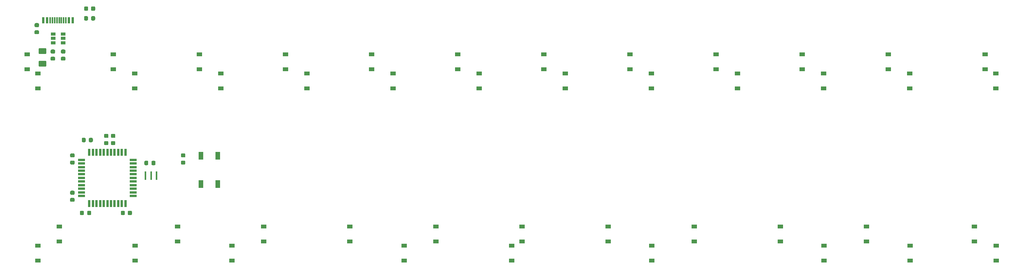
<source format=gbr>
G04 #@! TF.GenerationSoftware,KiCad,Pcbnew,(5.1.4)-1*
G04 #@! TF.CreationDate,2021-01-09T01:18:09-06:00*
G04 #@! TF.ProjectId,semi,73656d69-2e6b-4696-9361-645f70636258,rev?*
G04 #@! TF.SameCoordinates,Original*
G04 #@! TF.FileFunction,Paste,Bot*
G04 #@! TF.FilePolarity,Positive*
%FSLAX46Y46*%
G04 Gerber Fmt 4.6, Leading zero omitted, Abs format (unit mm)*
G04 Created by KiCad (PCBNEW (5.1.4)-1) date 2021-01-09 01:18:09*
%MOMM*%
%LPD*%
G04 APERTURE LIST*
%ADD10C,0.100000*%
%ADD11C,0.875000*%
%ADD12R,0.400000X1.900000*%
%ADD13R,0.300000X1.450000*%
%ADD14R,0.600000X1.450000*%
%ADD15R,0.550000X1.500000*%
%ADD16R,1.500000X0.550000*%
%ADD17R,1.060000X0.650000*%
%ADD18R,1.100000X1.800000*%
%ADD19C,1.250000*%
%ADD20R,1.200000X0.900000*%
G04 APERTURE END LIST*
D10*
G36*
X25360691Y-1939053D02*
G01*
X25381926Y-1942203D01*
X25402750Y-1947419D01*
X25422962Y-1954651D01*
X25442368Y-1963830D01*
X25460781Y-1974866D01*
X25478024Y-1987654D01*
X25493930Y-2002070D01*
X25508346Y-2017976D01*
X25521134Y-2035219D01*
X25532170Y-2053632D01*
X25541349Y-2073038D01*
X25548581Y-2093250D01*
X25553797Y-2114074D01*
X25556947Y-2135309D01*
X25558000Y-2156750D01*
X25558000Y-2669250D01*
X25556947Y-2690691D01*
X25553797Y-2711926D01*
X25548581Y-2732750D01*
X25541349Y-2752962D01*
X25532170Y-2772368D01*
X25521134Y-2790781D01*
X25508346Y-2808024D01*
X25493930Y-2823930D01*
X25478024Y-2838346D01*
X25460781Y-2851134D01*
X25442368Y-2862170D01*
X25422962Y-2871349D01*
X25402750Y-2878581D01*
X25381926Y-2883797D01*
X25360691Y-2886947D01*
X25339250Y-2888000D01*
X24901750Y-2888000D01*
X24880309Y-2886947D01*
X24859074Y-2883797D01*
X24838250Y-2878581D01*
X24818038Y-2871349D01*
X24798632Y-2862170D01*
X24780219Y-2851134D01*
X24762976Y-2838346D01*
X24747070Y-2823930D01*
X24732654Y-2808024D01*
X24719866Y-2790781D01*
X24708830Y-2772368D01*
X24699651Y-2752962D01*
X24692419Y-2732750D01*
X24687203Y-2711926D01*
X24684053Y-2690691D01*
X24683000Y-2669250D01*
X24683000Y-2156750D01*
X24684053Y-2135309D01*
X24687203Y-2114074D01*
X24692419Y-2093250D01*
X24699651Y-2073038D01*
X24708830Y-2053632D01*
X24719866Y-2035219D01*
X24732654Y-2017976D01*
X24747070Y-2002070D01*
X24762976Y-1987654D01*
X24780219Y-1974866D01*
X24798632Y-1963830D01*
X24818038Y-1954651D01*
X24838250Y-1947419D01*
X24859074Y-1942203D01*
X24880309Y-1939053D01*
X24901750Y-1938000D01*
X25339250Y-1938000D01*
X25360691Y-1939053D01*
X25360691Y-1939053D01*
G37*
D11*
X25120500Y-2413000D03*
D10*
G36*
X26935691Y-1939053D02*
G01*
X26956926Y-1942203D01*
X26977750Y-1947419D01*
X26997962Y-1954651D01*
X27017368Y-1963830D01*
X27035781Y-1974866D01*
X27053024Y-1987654D01*
X27068930Y-2002070D01*
X27083346Y-2017976D01*
X27096134Y-2035219D01*
X27107170Y-2053632D01*
X27116349Y-2073038D01*
X27123581Y-2093250D01*
X27128797Y-2114074D01*
X27131947Y-2135309D01*
X27133000Y-2156750D01*
X27133000Y-2669250D01*
X27131947Y-2690691D01*
X27128797Y-2711926D01*
X27123581Y-2732750D01*
X27116349Y-2752962D01*
X27107170Y-2772368D01*
X27096134Y-2790781D01*
X27083346Y-2808024D01*
X27068930Y-2823930D01*
X27053024Y-2838346D01*
X27035781Y-2851134D01*
X27017368Y-2862170D01*
X26997962Y-2871349D01*
X26977750Y-2878581D01*
X26956926Y-2883797D01*
X26935691Y-2886947D01*
X26914250Y-2888000D01*
X26476750Y-2888000D01*
X26455309Y-2886947D01*
X26434074Y-2883797D01*
X26413250Y-2878581D01*
X26393038Y-2871349D01*
X26373632Y-2862170D01*
X26355219Y-2851134D01*
X26337976Y-2838346D01*
X26322070Y-2823930D01*
X26307654Y-2808024D01*
X26294866Y-2790781D01*
X26283830Y-2772368D01*
X26274651Y-2752962D01*
X26267419Y-2732750D01*
X26262203Y-2711926D01*
X26259053Y-2690691D01*
X26258000Y-2669250D01*
X26258000Y-2156750D01*
X26259053Y-2135309D01*
X26262203Y-2114074D01*
X26267419Y-2093250D01*
X26274651Y-2073038D01*
X26283830Y-2053632D01*
X26294866Y-2035219D01*
X26307654Y-2017976D01*
X26322070Y-2002070D01*
X26337976Y-1987654D01*
X26355219Y-1974866D01*
X26373632Y-1963830D01*
X26393038Y-1954651D01*
X26413250Y-1947419D01*
X26434074Y-1942203D01*
X26455309Y-1939053D01*
X26476750Y-1938000D01*
X26914250Y-1938000D01*
X26935691Y-1939053D01*
X26935691Y-1939053D01*
G37*
D11*
X26695500Y-2413000D03*
D12*
X38297000Y-39370000D03*
X39497000Y-39370000D03*
X40697000Y-39370000D03*
D13*
X18673000Y-5028000D03*
X19173000Y-5028000D03*
X19673000Y-5028000D03*
X18173000Y-5028000D03*
X20173000Y-5028000D03*
X17673000Y-5028000D03*
X20673000Y-5028000D03*
X17173000Y-5028000D03*
D14*
X16473000Y-5028000D03*
X21373000Y-5028000D03*
X15698000Y-5028000D03*
X22148000Y-5028000D03*
D15*
X25845000Y-34178000D03*
X26645000Y-34178000D03*
X27445000Y-34178000D03*
X28245000Y-34178000D03*
X29045000Y-34178000D03*
X29845000Y-34178000D03*
X30645000Y-34178000D03*
X31445000Y-34178000D03*
X32245000Y-34178000D03*
X33045000Y-34178000D03*
X33845000Y-34178000D03*
D16*
X35545000Y-35878000D03*
X35545000Y-36678000D03*
X35545000Y-37478000D03*
X35545000Y-38278000D03*
X35545000Y-39078000D03*
X35545000Y-39878000D03*
X35545000Y-40678000D03*
X35545000Y-41478000D03*
X35545000Y-42278000D03*
X35545000Y-43078000D03*
X35545000Y-43878000D03*
D15*
X33845000Y-45578000D03*
X33045000Y-45578000D03*
X32245000Y-45578000D03*
X31445000Y-45578000D03*
X30645000Y-45578000D03*
X29845000Y-45578000D03*
X29045000Y-45578000D03*
X28245000Y-45578000D03*
X27445000Y-45578000D03*
X26645000Y-45578000D03*
X25845000Y-45578000D03*
D16*
X24145000Y-43878000D03*
X24145000Y-43078000D03*
X24145000Y-42278000D03*
X24145000Y-41478000D03*
X24145000Y-40678000D03*
X24145000Y-39878000D03*
X24145000Y-39078000D03*
X24145000Y-38278000D03*
X24145000Y-37478000D03*
X24145000Y-36678000D03*
X24145000Y-35878000D03*
D17*
X17823000Y-9017000D03*
X17823000Y-8067000D03*
X17823000Y-9967000D03*
X20023000Y-9967000D03*
X20023000Y-9017000D03*
X20023000Y-8067000D03*
D18*
X54234200Y-41197600D03*
X50534200Y-34997600D03*
X50534200Y-41197600D03*
X54234200Y-34997600D03*
D10*
G36*
X26046691Y-47151053D02*
G01*
X26067926Y-47154203D01*
X26088750Y-47159419D01*
X26108962Y-47166651D01*
X26128368Y-47175830D01*
X26146781Y-47186866D01*
X26164024Y-47199654D01*
X26179930Y-47214070D01*
X26194346Y-47229976D01*
X26207134Y-47247219D01*
X26218170Y-47265632D01*
X26227349Y-47285038D01*
X26234581Y-47305250D01*
X26239797Y-47326074D01*
X26242947Y-47347309D01*
X26244000Y-47368750D01*
X26244000Y-47881250D01*
X26242947Y-47902691D01*
X26239797Y-47923926D01*
X26234581Y-47944750D01*
X26227349Y-47964962D01*
X26218170Y-47984368D01*
X26207134Y-48002781D01*
X26194346Y-48020024D01*
X26179930Y-48035930D01*
X26164024Y-48050346D01*
X26146781Y-48063134D01*
X26128368Y-48074170D01*
X26108962Y-48083349D01*
X26088750Y-48090581D01*
X26067926Y-48095797D01*
X26046691Y-48098947D01*
X26025250Y-48100000D01*
X25587750Y-48100000D01*
X25566309Y-48098947D01*
X25545074Y-48095797D01*
X25524250Y-48090581D01*
X25504038Y-48083349D01*
X25484632Y-48074170D01*
X25466219Y-48063134D01*
X25448976Y-48050346D01*
X25433070Y-48035930D01*
X25418654Y-48020024D01*
X25405866Y-48002781D01*
X25394830Y-47984368D01*
X25385651Y-47964962D01*
X25378419Y-47944750D01*
X25373203Y-47923926D01*
X25370053Y-47902691D01*
X25369000Y-47881250D01*
X25369000Y-47368750D01*
X25370053Y-47347309D01*
X25373203Y-47326074D01*
X25378419Y-47305250D01*
X25385651Y-47285038D01*
X25394830Y-47265632D01*
X25405866Y-47247219D01*
X25418654Y-47229976D01*
X25433070Y-47214070D01*
X25448976Y-47199654D01*
X25466219Y-47186866D01*
X25484632Y-47175830D01*
X25504038Y-47166651D01*
X25524250Y-47159419D01*
X25545074Y-47154203D01*
X25566309Y-47151053D01*
X25587750Y-47150000D01*
X26025250Y-47150000D01*
X26046691Y-47151053D01*
X26046691Y-47151053D01*
G37*
D11*
X25806500Y-47625000D03*
D10*
G36*
X24471691Y-47151053D02*
G01*
X24492926Y-47154203D01*
X24513750Y-47159419D01*
X24533962Y-47166651D01*
X24553368Y-47175830D01*
X24571781Y-47186866D01*
X24589024Y-47199654D01*
X24604930Y-47214070D01*
X24619346Y-47229976D01*
X24632134Y-47247219D01*
X24643170Y-47265632D01*
X24652349Y-47285038D01*
X24659581Y-47305250D01*
X24664797Y-47326074D01*
X24667947Y-47347309D01*
X24669000Y-47368750D01*
X24669000Y-47881250D01*
X24667947Y-47902691D01*
X24664797Y-47923926D01*
X24659581Y-47944750D01*
X24652349Y-47964962D01*
X24643170Y-47984368D01*
X24632134Y-48002781D01*
X24619346Y-48020024D01*
X24604930Y-48035930D01*
X24589024Y-48050346D01*
X24571781Y-48063134D01*
X24553368Y-48074170D01*
X24533962Y-48083349D01*
X24513750Y-48090581D01*
X24492926Y-48095797D01*
X24471691Y-48098947D01*
X24450250Y-48100000D01*
X24012750Y-48100000D01*
X23991309Y-48098947D01*
X23970074Y-48095797D01*
X23949250Y-48090581D01*
X23929038Y-48083349D01*
X23909632Y-48074170D01*
X23891219Y-48063134D01*
X23873976Y-48050346D01*
X23858070Y-48035930D01*
X23843654Y-48020024D01*
X23830866Y-48002781D01*
X23819830Y-47984368D01*
X23810651Y-47964962D01*
X23803419Y-47944750D01*
X23798203Y-47923926D01*
X23795053Y-47902691D01*
X23794000Y-47881250D01*
X23794000Y-47368750D01*
X23795053Y-47347309D01*
X23798203Y-47326074D01*
X23803419Y-47305250D01*
X23810651Y-47285038D01*
X23819830Y-47265632D01*
X23830866Y-47247219D01*
X23843654Y-47229976D01*
X23858070Y-47214070D01*
X23873976Y-47199654D01*
X23891219Y-47186866D01*
X23909632Y-47175830D01*
X23929038Y-47166651D01*
X23949250Y-47159419D01*
X23970074Y-47154203D01*
X23991309Y-47151053D01*
X24012750Y-47150000D01*
X24450250Y-47150000D01*
X24471691Y-47151053D01*
X24471691Y-47151053D01*
G37*
D11*
X24231500Y-47625000D03*
D10*
G36*
X20343691Y-11476053D02*
G01*
X20364926Y-11479203D01*
X20385750Y-11484419D01*
X20405962Y-11491651D01*
X20425368Y-11500830D01*
X20443781Y-11511866D01*
X20461024Y-11524654D01*
X20476930Y-11539070D01*
X20491346Y-11554976D01*
X20504134Y-11572219D01*
X20515170Y-11590632D01*
X20524349Y-11610038D01*
X20531581Y-11630250D01*
X20536797Y-11651074D01*
X20539947Y-11672309D01*
X20541000Y-11693750D01*
X20541000Y-12131250D01*
X20539947Y-12152691D01*
X20536797Y-12173926D01*
X20531581Y-12194750D01*
X20524349Y-12214962D01*
X20515170Y-12234368D01*
X20504134Y-12252781D01*
X20491346Y-12270024D01*
X20476930Y-12285930D01*
X20461024Y-12300346D01*
X20443781Y-12313134D01*
X20425368Y-12324170D01*
X20405962Y-12333349D01*
X20385750Y-12340581D01*
X20364926Y-12345797D01*
X20343691Y-12348947D01*
X20322250Y-12350000D01*
X19809750Y-12350000D01*
X19788309Y-12348947D01*
X19767074Y-12345797D01*
X19746250Y-12340581D01*
X19726038Y-12333349D01*
X19706632Y-12324170D01*
X19688219Y-12313134D01*
X19670976Y-12300346D01*
X19655070Y-12285930D01*
X19640654Y-12270024D01*
X19627866Y-12252781D01*
X19616830Y-12234368D01*
X19607651Y-12214962D01*
X19600419Y-12194750D01*
X19595203Y-12173926D01*
X19592053Y-12152691D01*
X19591000Y-12131250D01*
X19591000Y-11693750D01*
X19592053Y-11672309D01*
X19595203Y-11651074D01*
X19600419Y-11630250D01*
X19607651Y-11610038D01*
X19616830Y-11590632D01*
X19627866Y-11572219D01*
X19640654Y-11554976D01*
X19655070Y-11539070D01*
X19670976Y-11524654D01*
X19688219Y-11511866D01*
X19706632Y-11500830D01*
X19726038Y-11491651D01*
X19746250Y-11484419D01*
X19767074Y-11479203D01*
X19788309Y-11476053D01*
X19809750Y-11475000D01*
X20322250Y-11475000D01*
X20343691Y-11476053D01*
X20343691Y-11476053D01*
G37*
D11*
X20066000Y-11912500D03*
D10*
G36*
X20343691Y-13051053D02*
G01*
X20364926Y-13054203D01*
X20385750Y-13059419D01*
X20405962Y-13066651D01*
X20425368Y-13075830D01*
X20443781Y-13086866D01*
X20461024Y-13099654D01*
X20476930Y-13114070D01*
X20491346Y-13129976D01*
X20504134Y-13147219D01*
X20515170Y-13165632D01*
X20524349Y-13185038D01*
X20531581Y-13205250D01*
X20536797Y-13226074D01*
X20539947Y-13247309D01*
X20541000Y-13268750D01*
X20541000Y-13706250D01*
X20539947Y-13727691D01*
X20536797Y-13748926D01*
X20531581Y-13769750D01*
X20524349Y-13789962D01*
X20515170Y-13809368D01*
X20504134Y-13827781D01*
X20491346Y-13845024D01*
X20476930Y-13860930D01*
X20461024Y-13875346D01*
X20443781Y-13888134D01*
X20425368Y-13899170D01*
X20405962Y-13908349D01*
X20385750Y-13915581D01*
X20364926Y-13920797D01*
X20343691Y-13923947D01*
X20322250Y-13925000D01*
X19809750Y-13925000D01*
X19788309Y-13923947D01*
X19767074Y-13920797D01*
X19746250Y-13915581D01*
X19726038Y-13908349D01*
X19706632Y-13899170D01*
X19688219Y-13888134D01*
X19670976Y-13875346D01*
X19655070Y-13860930D01*
X19640654Y-13845024D01*
X19627866Y-13827781D01*
X19616830Y-13809368D01*
X19607651Y-13789962D01*
X19600419Y-13769750D01*
X19595203Y-13748926D01*
X19592053Y-13727691D01*
X19591000Y-13706250D01*
X19591000Y-13268750D01*
X19592053Y-13247309D01*
X19595203Y-13226074D01*
X19600419Y-13205250D01*
X19607651Y-13185038D01*
X19616830Y-13165632D01*
X19627866Y-13147219D01*
X19640654Y-13129976D01*
X19655070Y-13114070D01*
X19670976Y-13099654D01*
X19688219Y-13086866D01*
X19706632Y-13075830D01*
X19726038Y-13066651D01*
X19746250Y-13059419D01*
X19767074Y-13054203D01*
X19788309Y-13051053D01*
X19809750Y-13050000D01*
X20322250Y-13050000D01*
X20343691Y-13051053D01*
X20343691Y-13051053D01*
G37*
D11*
X20066000Y-13487500D03*
D10*
G36*
X18057691Y-11476053D02*
G01*
X18078926Y-11479203D01*
X18099750Y-11484419D01*
X18119962Y-11491651D01*
X18139368Y-11500830D01*
X18157781Y-11511866D01*
X18175024Y-11524654D01*
X18190930Y-11539070D01*
X18205346Y-11554976D01*
X18218134Y-11572219D01*
X18229170Y-11590632D01*
X18238349Y-11610038D01*
X18245581Y-11630250D01*
X18250797Y-11651074D01*
X18253947Y-11672309D01*
X18255000Y-11693750D01*
X18255000Y-12131250D01*
X18253947Y-12152691D01*
X18250797Y-12173926D01*
X18245581Y-12194750D01*
X18238349Y-12214962D01*
X18229170Y-12234368D01*
X18218134Y-12252781D01*
X18205346Y-12270024D01*
X18190930Y-12285930D01*
X18175024Y-12300346D01*
X18157781Y-12313134D01*
X18139368Y-12324170D01*
X18119962Y-12333349D01*
X18099750Y-12340581D01*
X18078926Y-12345797D01*
X18057691Y-12348947D01*
X18036250Y-12350000D01*
X17523750Y-12350000D01*
X17502309Y-12348947D01*
X17481074Y-12345797D01*
X17460250Y-12340581D01*
X17440038Y-12333349D01*
X17420632Y-12324170D01*
X17402219Y-12313134D01*
X17384976Y-12300346D01*
X17369070Y-12285930D01*
X17354654Y-12270024D01*
X17341866Y-12252781D01*
X17330830Y-12234368D01*
X17321651Y-12214962D01*
X17314419Y-12194750D01*
X17309203Y-12173926D01*
X17306053Y-12152691D01*
X17305000Y-12131250D01*
X17305000Y-11693750D01*
X17306053Y-11672309D01*
X17309203Y-11651074D01*
X17314419Y-11630250D01*
X17321651Y-11610038D01*
X17330830Y-11590632D01*
X17341866Y-11572219D01*
X17354654Y-11554976D01*
X17369070Y-11539070D01*
X17384976Y-11524654D01*
X17402219Y-11511866D01*
X17420632Y-11500830D01*
X17440038Y-11491651D01*
X17460250Y-11484419D01*
X17481074Y-11479203D01*
X17502309Y-11476053D01*
X17523750Y-11475000D01*
X18036250Y-11475000D01*
X18057691Y-11476053D01*
X18057691Y-11476053D01*
G37*
D11*
X17780000Y-11912500D03*
D10*
G36*
X18057691Y-13051053D02*
G01*
X18078926Y-13054203D01*
X18099750Y-13059419D01*
X18119962Y-13066651D01*
X18139368Y-13075830D01*
X18157781Y-13086866D01*
X18175024Y-13099654D01*
X18190930Y-13114070D01*
X18205346Y-13129976D01*
X18218134Y-13147219D01*
X18229170Y-13165632D01*
X18238349Y-13185038D01*
X18245581Y-13205250D01*
X18250797Y-13226074D01*
X18253947Y-13247309D01*
X18255000Y-13268750D01*
X18255000Y-13706250D01*
X18253947Y-13727691D01*
X18250797Y-13748926D01*
X18245581Y-13769750D01*
X18238349Y-13789962D01*
X18229170Y-13809368D01*
X18218134Y-13827781D01*
X18205346Y-13845024D01*
X18190930Y-13860930D01*
X18175024Y-13875346D01*
X18157781Y-13888134D01*
X18139368Y-13899170D01*
X18119962Y-13908349D01*
X18099750Y-13915581D01*
X18078926Y-13920797D01*
X18057691Y-13923947D01*
X18036250Y-13925000D01*
X17523750Y-13925000D01*
X17502309Y-13923947D01*
X17481074Y-13920797D01*
X17460250Y-13915581D01*
X17440038Y-13908349D01*
X17420632Y-13899170D01*
X17402219Y-13888134D01*
X17384976Y-13875346D01*
X17369070Y-13860930D01*
X17354654Y-13845024D01*
X17341866Y-13827781D01*
X17330830Y-13809368D01*
X17321651Y-13789962D01*
X17314419Y-13769750D01*
X17309203Y-13748926D01*
X17306053Y-13727691D01*
X17305000Y-13706250D01*
X17305000Y-13268750D01*
X17306053Y-13247309D01*
X17309203Y-13226074D01*
X17314419Y-13205250D01*
X17321651Y-13185038D01*
X17330830Y-13165632D01*
X17341866Y-13147219D01*
X17354654Y-13129976D01*
X17369070Y-13114070D01*
X17384976Y-13099654D01*
X17402219Y-13086866D01*
X17420632Y-13075830D01*
X17440038Y-13066651D01*
X17460250Y-13059419D01*
X17481074Y-13054203D01*
X17502309Y-13051053D01*
X17523750Y-13050000D01*
X18036250Y-13050000D01*
X18057691Y-13051053D01*
X18057691Y-13051053D01*
G37*
D11*
X17780000Y-13487500D03*
D10*
G36*
X25360691Y-4098053D02*
G01*
X25381926Y-4101203D01*
X25402750Y-4106419D01*
X25422962Y-4113651D01*
X25442368Y-4122830D01*
X25460781Y-4133866D01*
X25478024Y-4146654D01*
X25493930Y-4161070D01*
X25508346Y-4176976D01*
X25521134Y-4194219D01*
X25532170Y-4212632D01*
X25541349Y-4232038D01*
X25548581Y-4252250D01*
X25553797Y-4273074D01*
X25556947Y-4294309D01*
X25558000Y-4315750D01*
X25558000Y-4828250D01*
X25556947Y-4849691D01*
X25553797Y-4870926D01*
X25548581Y-4891750D01*
X25541349Y-4911962D01*
X25532170Y-4931368D01*
X25521134Y-4949781D01*
X25508346Y-4967024D01*
X25493930Y-4982930D01*
X25478024Y-4997346D01*
X25460781Y-5010134D01*
X25442368Y-5021170D01*
X25422962Y-5030349D01*
X25402750Y-5037581D01*
X25381926Y-5042797D01*
X25360691Y-5045947D01*
X25339250Y-5047000D01*
X24901750Y-5047000D01*
X24880309Y-5045947D01*
X24859074Y-5042797D01*
X24838250Y-5037581D01*
X24818038Y-5030349D01*
X24798632Y-5021170D01*
X24780219Y-5010134D01*
X24762976Y-4997346D01*
X24747070Y-4982930D01*
X24732654Y-4967024D01*
X24719866Y-4949781D01*
X24708830Y-4931368D01*
X24699651Y-4911962D01*
X24692419Y-4891750D01*
X24687203Y-4870926D01*
X24684053Y-4849691D01*
X24683000Y-4828250D01*
X24683000Y-4315750D01*
X24684053Y-4294309D01*
X24687203Y-4273074D01*
X24692419Y-4252250D01*
X24699651Y-4232038D01*
X24708830Y-4212632D01*
X24719866Y-4194219D01*
X24732654Y-4176976D01*
X24747070Y-4161070D01*
X24762976Y-4146654D01*
X24780219Y-4133866D01*
X24798632Y-4122830D01*
X24818038Y-4113651D01*
X24838250Y-4106419D01*
X24859074Y-4101203D01*
X24880309Y-4098053D01*
X24901750Y-4097000D01*
X25339250Y-4097000D01*
X25360691Y-4098053D01*
X25360691Y-4098053D01*
G37*
D11*
X25120500Y-4572000D03*
D10*
G36*
X26935691Y-4098053D02*
G01*
X26956926Y-4101203D01*
X26977750Y-4106419D01*
X26997962Y-4113651D01*
X27017368Y-4122830D01*
X27035781Y-4133866D01*
X27053024Y-4146654D01*
X27068930Y-4161070D01*
X27083346Y-4176976D01*
X27096134Y-4194219D01*
X27107170Y-4212632D01*
X27116349Y-4232038D01*
X27123581Y-4252250D01*
X27128797Y-4273074D01*
X27131947Y-4294309D01*
X27133000Y-4315750D01*
X27133000Y-4828250D01*
X27131947Y-4849691D01*
X27128797Y-4870926D01*
X27123581Y-4891750D01*
X27116349Y-4911962D01*
X27107170Y-4931368D01*
X27096134Y-4949781D01*
X27083346Y-4967024D01*
X27068930Y-4982930D01*
X27053024Y-4997346D01*
X27035781Y-5010134D01*
X27017368Y-5021170D01*
X26997962Y-5030349D01*
X26977750Y-5037581D01*
X26956926Y-5042797D01*
X26935691Y-5045947D01*
X26914250Y-5047000D01*
X26476750Y-5047000D01*
X26455309Y-5045947D01*
X26434074Y-5042797D01*
X26413250Y-5037581D01*
X26393038Y-5030349D01*
X26373632Y-5021170D01*
X26355219Y-5010134D01*
X26337976Y-4997346D01*
X26322070Y-4982930D01*
X26307654Y-4967024D01*
X26294866Y-4949781D01*
X26283830Y-4931368D01*
X26274651Y-4911962D01*
X26267419Y-4891750D01*
X26262203Y-4870926D01*
X26259053Y-4849691D01*
X26258000Y-4828250D01*
X26258000Y-4315750D01*
X26259053Y-4294309D01*
X26262203Y-4273074D01*
X26267419Y-4252250D01*
X26274651Y-4232038D01*
X26283830Y-4212632D01*
X26294866Y-4194219D01*
X26307654Y-4176976D01*
X26322070Y-4161070D01*
X26337976Y-4146654D01*
X26355219Y-4133866D01*
X26373632Y-4122830D01*
X26393038Y-4113651D01*
X26413250Y-4106419D01*
X26434074Y-4101203D01*
X26455309Y-4098053D01*
X26476750Y-4097000D01*
X26914250Y-4097000D01*
X26935691Y-4098053D01*
X26935691Y-4098053D01*
G37*
D11*
X26695500Y-4572000D03*
D10*
G36*
X14501691Y-7209053D02*
G01*
X14522926Y-7212203D01*
X14543750Y-7217419D01*
X14563962Y-7224651D01*
X14583368Y-7233830D01*
X14601781Y-7244866D01*
X14619024Y-7257654D01*
X14634930Y-7272070D01*
X14649346Y-7287976D01*
X14662134Y-7305219D01*
X14673170Y-7323632D01*
X14682349Y-7343038D01*
X14689581Y-7363250D01*
X14694797Y-7384074D01*
X14697947Y-7405309D01*
X14699000Y-7426750D01*
X14699000Y-7864250D01*
X14697947Y-7885691D01*
X14694797Y-7906926D01*
X14689581Y-7927750D01*
X14682349Y-7947962D01*
X14673170Y-7967368D01*
X14662134Y-7985781D01*
X14649346Y-8003024D01*
X14634930Y-8018930D01*
X14619024Y-8033346D01*
X14601781Y-8046134D01*
X14583368Y-8057170D01*
X14563962Y-8066349D01*
X14543750Y-8073581D01*
X14522926Y-8078797D01*
X14501691Y-8081947D01*
X14480250Y-8083000D01*
X13967750Y-8083000D01*
X13946309Y-8081947D01*
X13925074Y-8078797D01*
X13904250Y-8073581D01*
X13884038Y-8066349D01*
X13864632Y-8057170D01*
X13846219Y-8046134D01*
X13828976Y-8033346D01*
X13813070Y-8018930D01*
X13798654Y-8003024D01*
X13785866Y-7985781D01*
X13774830Y-7967368D01*
X13765651Y-7947962D01*
X13758419Y-7927750D01*
X13753203Y-7906926D01*
X13750053Y-7885691D01*
X13749000Y-7864250D01*
X13749000Y-7426750D01*
X13750053Y-7405309D01*
X13753203Y-7384074D01*
X13758419Y-7363250D01*
X13765651Y-7343038D01*
X13774830Y-7323632D01*
X13785866Y-7305219D01*
X13798654Y-7287976D01*
X13813070Y-7272070D01*
X13828976Y-7257654D01*
X13846219Y-7244866D01*
X13864632Y-7233830D01*
X13884038Y-7224651D01*
X13904250Y-7217419D01*
X13925074Y-7212203D01*
X13946309Y-7209053D01*
X13967750Y-7208000D01*
X14480250Y-7208000D01*
X14501691Y-7209053D01*
X14501691Y-7209053D01*
G37*
D11*
X14224000Y-7645500D03*
D10*
G36*
X14501691Y-5634053D02*
G01*
X14522926Y-5637203D01*
X14543750Y-5642419D01*
X14563962Y-5649651D01*
X14583368Y-5658830D01*
X14601781Y-5669866D01*
X14619024Y-5682654D01*
X14634930Y-5697070D01*
X14649346Y-5712976D01*
X14662134Y-5730219D01*
X14673170Y-5748632D01*
X14682349Y-5768038D01*
X14689581Y-5788250D01*
X14694797Y-5809074D01*
X14697947Y-5830309D01*
X14699000Y-5851750D01*
X14699000Y-6289250D01*
X14697947Y-6310691D01*
X14694797Y-6331926D01*
X14689581Y-6352750D01*
X14682349Y-6372962D01*
X14673170Y-6392368D01*
X14662134Y-6410781D01*
X14649346Y-6428024D01*
X14634930Y-6443930D01*
X14619024Y-6458346D01*
X14601781Y-6471134D01*
X14583368Y-6482170D01*
X14563962Y-6491349D01*
X14543750Y-6498581D01*
X14522926Y-6503797D01*
X14501691Y-6506947D01*
X14480250Y-6508000D01*
X13967750Y-6508000D01*
X13946309Y-6506947D01*
X13925074Y-6503797D01*
X13904250Y-6498581D01*
X13884038Y-6491349D01*
X13864632Y-6482170D01*
X13846219Y-6471134D01*
X13828976Y-6458346D01*
X13813070Y-6443930D01*
X13798654Y-6428024D01*
X13785866Y-6410781D01*
X13774830Y-6392368D01*
X13765651Y-6372962D01*
X13758419Y-6352750D01*
X13753203Y-6331926D01*
X13750053Y-6310691D01*
X13749000Y-6289250D01*
X13749000Y-5851750D01*
X13750053Y-5830309D01*
X13753203Y-5809074D01*
X13758419Y-5788250D01*
X13765651Y-5768038D01*
X13774830Y-5748632D01*
X13785866Y-5730219D01*
X13798654Y-5712976D01*
X13813070Y-5697070D01*
X13828976Y-5682654D01*
X13846219Y-5669866D01*
X13864632Y-5658830D01*
X13884038Y-5649651D01*
X13904250Y-5642419D01*
X13925074Y-5637203D01*
X13946309Y-5634053D01*
X13967750Y-5633000D01*
X14480250Y-5633000D01*
X14501691Y-5634053D01*
X14501691Y-5634053D01*
G37*
D11*
X14224000Y-6070500D03*
D10*
G36*
X46886691Y-34463053D02*
G01*
X46907926Y-34466203D01*
X46928750Y-34471419D01*
X46948962Y-34478651D01*
X46968368Y-34487830D01*
X46986781Y-34498866D01*
X47004024Y-34511654D01*
X47019930Y-34526070D01*
X47034346Y-34541976D01*
X47047134Y-34559219D01*
X47058170Y-34577632D01*
X47067349Y-34597038D01*
X47074581Y-34617250D01*
X47079797Y-34638074D01*
X47082947Y-34659309D01*
X47084000Y-34680750D01*
X47084000Y-35118250D01*
X47082947Y-35139691D01*
X47079797Y-35160926D01*
X47074581Y-35181750D01*
X47067349Y-35201962D01*
X47058170Y-35221368D01*
X47047134Y-35239781D01*
X47034346Y-35257024D01*
X47019930Y-35272930D01*
X47004024Y-35287346D01*
X46986781Y-35300134D01*
X46968368Y-35311170D01*
X46948962Y-35320349D01*
X46928750Y-35327581D01*
X46907926Y-35332797D01*
X46886691Y-35335947D01*
X46865250Y-35337000D01*
X46352750Y-35337000D01*
X46331309Y-35335947D01*
X46310074Y-35332797D01*
X46289250Y-35327581D01*
X46269038Y-35320349D01*
X46249632Y-35311170D01*
X46231219Y-35300134D01*
X46213976Y-35287346D01*
X46198070Y-35272930D01*
X46183654Y-35257024D01*
X46170866Y-35239781D01*
X46159830Y-35221368D01*
X46150651Y-35201962D01*
X46143419Y-35181750D01*
X46138203Y-35160926D01*
X46135053Y-35139691D01*
X46134000Y-35118250D01*
X46134000Y-34680750D01*
X46135053Y-34659309D01*
X46138203Y-34638074D01*
X46143419Y-34617250D01*
X46150651Y-34597038D01*
X46159830Y-34577632D01*
X46170866Y-34559219D01*
X46183654Y-34541976D01*
X46198070Y-34526070D01*
X46213976Y-34511654D01*
X46231219Y-34498866D01*
X46249632Y-34487830D01*
X46269038Y-34478651D01*
X46289250Y-34471419D01*
X46310074Y-34466203D01*
X46331309Y-34463053D01*
X46352750Y-34462000D01*
X46865250Y-34462000D01*
X46886691Y-34463053D01*
X46886691Y-34463053D01*
G37*
D11*
X46609000Y-34899500D03*
D10*
G36*
X46886691Y-36038053D02*
G01*
X46907926Y-36041203D01*
X46928750Y-36046419D01*
X46948962Y-36053651D01*
X46968368Y-36062830D01*
X46986781Y-36073866D01*
X47004024Y-36086654D01*
X47019930Y-36101070D01*
X47034346Y-36116976D01*
X47047134Y-36134219D01*
X47058170Y-36152632D01*
X47067349Y-36172038D01*
X47074581Y-36192250D01*
X47079797Y-36213074D01*
X47082947Y-36234309D01*
X47084000Y-36255750D01*
X47084000Y-36693250D01*
X47082947Y-36714691D01*
X47079797Y-36735926D01*
X47074581Y-36756750D01*
X47067349Y-36776962D01*
X47058170Y-36796368D01*
X47047134Y-36814781D01*
X47034346Y-36832024D01*
X47019930Y-36847930D01*
X47004024Y-36862346D01*
X46986781Y-36875134D01*
X46968368Y-36886170D01*
X46948962Y-36895349D01*
X46928750Y-36902581D01*
X46907926Y-36907797D01*
X46886691Y-36910947D01*
X46865250Y-36912000D01*
X46352750Y-36912000D01*
X46331309Y-36910947D01*
X46310074Y-36907797D01*
X46289250Y-36902581D01*
X46269038Y-36895349D01*
X46249632Y-36886170D01*
X46231219Y-36875134D01*
X46213976Y-36862346D01*
X46198070Y-36847930D01*
X46183654Y-36832024D01*
X46170866Y-36814781D01*
X46159830Y-36796368D01*
X46150651Y-36776962D01*
X46143419Y-36756750D01*
X46138203Y-36735926D01*
X46135053Y-36714691D01*
X46134000Y-36693250D01*
X46134000Y-36255750D01*
X46135053Y-36234309D01*
X46138203Y-36213074D01*
X46143419Y-36192250D01*
X46150651Y-36172038D01*
X46159830Y-36152632D01*
X46170866Y-36134219D01*
X46183654Y-36116976D01*
X46198070Y-36101070D01*
X46213976Y-36086654D01*
X46231219Y-36073866D01*
X46249632Y-36062830D01*
X46269038Y-36053651D01*
X46289250Y-36046419D01*
X46310074Y-36041203D01*
X46331309Y-36038053D01*
X46352750Y-36037000D01*
X46865250Y-36037000D01*
X46886691Y-36038053D01*
X46886691Y-36038053D01*
G37*
D11*
X46609000Y-36474500D03*
D10*
G36*
X16143504Y-11187204D02*
G01*
X16167773Y-11190804D01*
X16191571Y-11196765D01*
X16214671Y-11205030D01*
X16236849Y-11215520D01*
X16257893Y-11228133D01*
X16277598Y-11242747D01*
X16295777Y-11259223D01*
X16312253Y-11277402D01*
X16326867Y-11297107D01*
X16339480Y-11318151D01*
X16349970Y-11340329D01*
X16358235Y-11363429D01*
X16364196Y-11387227D01*
X16367796Y-11411496D01*
X16369000Y-11436000D01*
X16369000Y-12186000D01*
X16367796Y-12210504D01*
X16364196Y-12234773D01*
X16358235Y-12258571D01*
X16349970Y-12281671D01*
X16339480Y-12303849D01*
X16326867Y-12324893D01*
X16312253Y-12344598D01*
X16295777Y-12362777D01*
X16277598Y-12379253D01*
X16257893Y-12393867D01*
X16236849Y-12406480D01*
X16214671Y-12416970D01*
X16191571Y-12425235D01*
X16167773Y-12431196D01*
X16143504Y-12434796D01*
X16119000Y-12436000D01*
X14869000Y-12436000D01*
X14844496Y-12434796D01*
X14820227Y-12431196D01*
X14796429Y-12425235D01*
X14773329Y-12416970D01*
X14751151Y-12406480D01*
X14730107Y-12393867D01*
X14710402Y-12379253D01*
X14692223Y-12362777D01*
X14675747Y-12344598D01*
X14661133Y-12324893D01*
X14648520Y-12303849D01*
X14638030Y-12281671D01*
X14629765Y-12258571D01*
X14623804Y-12234773D01*
X14620204Y-12210504D01*
X14619000Y-12186000D01*
X14619000Y-11436000D01*
X14620204Y-11411496D01*
X14623804Y-11387227D01*
X14629765Y-11363429D01*
X14638030Y-11340329D01*
X14648520Y-11318151D01*
X14661133Y-11297107D01*
X14675747Y-11277402D01*
X14692223Y-11259223D01*
X14710402Y-11242747D01*
X14730107Y-11228133D01*
X14751151Y-11215520D01*
X14773329Y-11205030D01*
X14796429Y-11196765D01*
X14820227Y-11190804D01*
X14844496Y-11187204D01*
X14869000Y-11186000D01*
X16119000Y-11186000D01*
X16143504Y-11187204D01*
X16143504Y-11187204D01*
G37*
D19*
X15494000Y-11811000D03*
D10*
G36*
X16143504Y-13987204D02*
G01*
X16167773Y-13990804D01*
X16191571Y-13996765D01*
X16214671Y-14005030D01*
X16236849Y-14015520D01*
X16257893Y-14028133D01*
X16277598Y-14042747D01*
X16295777Y-14059223D01*
X16312253Y-14077402D01*
X16326867Y-14097107D01*
X16339480Y-14118151D01*
X16349970Y-14140329D01*
X16358235Y-14163429D01*
X16364196Y-14187227D01*
X16367796Y-14211496D01*
X16369000Y-14236000D01*
X16369000Y-14986000D01*
X16367796Y-15010504D01*
X16364196Y-15034773D01*
X16358235Y-15058571D01*
X16349970Y-15081671D01*
X16339480Y-15103849D01*
X16326867Y-15124893D01*
X16312253Y-15144598D01*
X16295777Y-15162777D01*
X16277598Y-15179253D01*
X16257893Y-15193867D01*
X16236849Y-15206480D01*
X16214671Y-15216970D01*
X16191571Y-15225235D01*
X16167773Y-15231196D01*
X16143504Y-15234796D01*
X16119000Y-15236000D01*
X14869000Y-15236000D01*
X14844496Y-15234796D01*
X14820227Y-15231196D01*
X14796429Y-15225235D01*
X14773329Y-15216970D01*
X14751151Y-15206480D01*
X14730107Y-15193867D01*
X14710402Y-15179253D01*
X14692223Y-15162777D01*
X14675747Y-15144598D01*
X14661133Y-15124893D01*
X14648520Y-15103849D01*
X14638030Y-15081671D01*
X14629765Y-15058571D01*
X14623804Y-15034773D01*
X14620204Y-15010504D01*
X14619000Y-14986000D01*
X14619000Y-14236000D01*
X14620204Y-14211496D01*
X14623804Y-14187227D01*
X14629765Y-14163429D01*
X14638030Y-14140329D01*
X14648520Y-14118151D01*
X14661133Y-14097107D01*
X14675747Y-14077402D01*
X14692223Y-14059223D01*
X14710402Y-14042747D01*
X14730107Y-14028133D01*
X14751151Y-14015520D01*
X14773329Y-14005030D01*
X14796429Y-13996765D01*
X14820227Y-13990804D01*
X14844496Y-13987204D01*
X14869000Y-13986000D01*
X16119000Y-13986000D01*
X16143504Y-13987204D01*
X16143504Y-13987204D01*
G37*
D19*
X15494000Y-14611000D03*
D10*
G36*
X24852691Y-31022053D02*
G01*
X24873926Y-31025203D01*
X24894750Y-31030419D01*
X24914962Y-31037651D01*
X24934368Y-31046830D01*
X24952781Y-31057866D01*
X24970024Y-31070654D01*
X24985930Y-31085070D01*
X25000346Y-31100976D01*
X25013134Y-31118219D01*
X25024170Y-31136632D01*
X25033349Y-31156038D01*
X25040581Y-31176250D01*
X25045797Y-31197074D01*
X25048947Y-31218309D01*
X25050000Y-31239750D01*
X25050000Y-31752250D01*
X25048947Y-31773691D01*
X25045797Y-31794926D01*
X25040581Y-31815750D01*
X25033349Y-31835962D01*
X25024170Y-31855368D01*
X25013134Y-31873781D01*
X25000346Y-31891024D01*
X24985930Y-31906930D01*
X24970024Y-31921346D01*
X24952781Y-31934134D01*
X24934368Y-31945170D01*
X24914962Y-31954349D01*
X24894750Y-31961581D01*
X24873926Y-31966797D01*
X24852691Y-31969947D01*
X24831250Y-31971000D01*
X24393750Y-31971000D01*
X24372309Y-31969947D01*
X24351074Y-31966797D01*
X24330250Y-31961581D01*
X24310038Y-31954349D01*
X24290632Y-31945170D01*
X24272219Y-31934134D01*
X24254976Y-31921346D01*
X24239070Y-31906930D01*
X24224654Y-31891024D01*
X24211866Y-31873781D01*
X24200830Y-31855368D01*
X24191651Y-31835962D01*
X24184419Y-31815750D01*
X24179203Y-31794926D01*
X24176053Y-31773691D01*
X24175000Y-31752250D01*
X24175000Y-31239750D01*
X24176053Y-31218309D01*
X24179203Y-31197074D01*
X24184419Y-31176250D01*
X24191651Y-31156038D01*
X24200830Y-31136632D01*
X24211866Y-31118219D01*
X24224654Y-31100976D01*
X24239070Y-31085070D01*
X24254976Y-31070654D01*
X24272219Y-31057866D01*
X24290632Y-31046830D01*
X24310038Y-31037651D01*
X24330250Y-31030419D01*
X24351074Y-31025203D01*
X24372309Y-31022053D01*
X24393750Y-31021000D01*
X24831250Y-31021000D01*
X24852691Y-31022053D01*
X24852691Y-31022053D01*
G37*
D11*
X24612500Y-31496000D03*
D10*
G36*
X26427691Y-31022053D02*
G01*
X26448926Y-31025203D01*
X26469750Y-31030419D01*
X26489962Y-31037651D01*
X26509368Y-31046830D01*
X26527781Y-31057866D01*
X26545024Y-31070654D01*
X26560930Y-31085070D01*
X26575346Y-31100976D01*
X26588134Y-31118219D01*
X26599170Y-31136632D01*
X26608349Y-31156038D01*
X26615581Y-31176250D01*
X26620797Y-31197074D01*
X26623947Y-31218309D01*
X26625000Y-31239750D01*
X26625000Y-31752250D01*
X26623947Y-31773691D01*
X26620797Y-31794926D01*
X26615581Y-31815750D01*
X26608349Y-31835962D01*
X26599170Y-31855368D01*
X26588134Y-31873781D01*
X26575346Y-31891024D01*
X26560930Y-31906930D01*
X26545024Y-31921346D01*
X26527781Y-31934134D01*
X26509368Y-31945170D01*
X26489962Y-31954349D01*
X26469750Y-31961581D01*
X26448926Y-31966797D01*
X26427691Y-31969947D01*
X26406250Y-31971000D01*
X25968750Y-31971000D01*
X25947309Y-31969947D01*
X25926074Y-31966797D01*
X25905250Y-31961581D01*
X25885038Y-31954349D01*
X25865632Y-31945170D01*
X25847219Y-31934134D01*
X25829976Y-31921346D01*
X25814070Y-31906930D01*
X25799654Y-31891024D01*
X25786866Y-31873781D01*
X25775830Y-31855368D01*
X25766651Y-31835962D01*
X25759419Y-31815750D01*
X25754203Y-31794926D01*
X25751053Y-31773691D01*
X25750000Y-31752250D01*
X25750000Y-31239750D01*
X25751053Y-31218309D01*
X25754203Y-31197074D01*
X25759419Y-31176250D01*
X25766651Y-31156038D01*
X25775830Y-31136632D01*
X25786866Y-31118219D01*
X25799654Y-31100976D01*
X25814070Y-31085070D01*
X25829976Y-31070654D01*
X25847219Y-31057866D01*
X25865632Y-31046830D01*
X25885038Y-31037651D01*
X25905250Y-31030419D01*
X25926074Y-31025203D01*
X25947309Y-31022053D01*
X25968750Y-31021000D01*
X26406250Y-31021000D01*
X26427691Y-31022053D01*
X26427691Y-31022053D01*
G37*
D11*
X26187500Y-31496000D03*
D10*
G36*
X40270691Y-36102053D02*
G01*
X40291926Y-36105203D01*
X40312750Y-36110419D01*
X40332962Y-36117651D01*
X40352368Y-36126830D01*
X40370781Y-36137866D01*
X40388024Y-36150654D01*
X40403930Y-36165070D01*
X40418346Y-36180976D01*
X40431134Y-36198219D01*
X40442170Y-36216632D01*
X40451349Y-36236038D01*
X40458581Y-36256250D01*
X40463797Y-36277074D01*
X40466947Y-36298309D01*
X40468000Y-36319750D01*
X40468000Y-36832250D01*
X40466947Y-36853691D01*
X40463797Y-36874926D01*
X40458581Y-36895750D01*
X40451349Y-36915962D01*
X40442170Y-36935368D01*
X40431134Y-36953781D01*
X40418346Y-36971024D01*
X40403930Y-36986930D01*
X40388024Y-37001346D01*
X40370781Y-37014134D01*
X40352368Y-37025170D01*
X40332962Y-37034349D01*
X40312750Y-37041581D01*
X40291926Y-37046797D01*
X40270691Y-37049947D01*
X40249250Y-37051000D01*
X39811750Y-37051000D01*
X39790309Y-37049947D01*
X39769074Y-37046797D01*
X39748250Y-37041581D01*
X39728038Y-37034349D01*
X39708632Y-37025170D01*
X39690219Y-37014134D01*
X39672976Y-37001346D01*
X39657070Y-36986930D01*
X39642654Y-36971024D01*
X39629866Y-36953781D01*
X39618830Y-36935368D01*
X39609651Y-36915962D01*
X39602419Y-36895750D01*
X39597203Y-36874926D01*
X39594053Y-36853691D01*
X39593000Y-36832250D01*
X39593000Y-36319750D01*
X39594053Y-36298309D01*
X39597203Y-36277074D01*
X39602419Y-36256250D01*
X39609651Y-36236038D01*
X39618830Y-36216632D01*
X39629866Y-36198219D01*
X39642654Y-36180976D01*
X39657070Y-36165070D01*
X39672976Y-36150654D01*
X39690219Y-36137866D01*
X39708632Y-36126830D01*
X39728038Y-36117651D01*
X39748250Y-36110419D01*
X39769074Y-36105203D01*
X39790309Y-36102053D01*
X39811750Y-36101000D01*
X40249250Y-36101000D01*
X40270691Y-36102053D01*
X40270691Y-36102053D01*
G37*
D11*
X40030500Y-36576000D03*
D10*
G36*
X38695691Y-36102053D02*
G01*
X38716926Y-36105203D01*
X38737750Y-36110419D01*
X38757962Y-36117651D01*
X38777368Y-36126830D01*
X38795781Y-36137866D01*
X38813024Y-36150654D01*
X38828930Y-36165070D01*
X38843346Y-36180976D01*
X38856134Y-36198219D01*
X38867170Y-36216632D01*
X38876349Y-36236038D01*
X38883581Y-36256250D01*
X38888797Y-36277074D01*
X38891947Y-36298309D01*
X38893000Y-36319750D01*
X38893000Y-36832250D01*
X38891947Y-36853691D01*
X38888797Y-36874926D01*
X38883581Y-36895750D01*
X38876349Y-36915962D01*
X38867170Y-36935368D01*
X38856134Y-36953781D01*
X38843346Y-36971024D01*
X38828930Y-36986930D01*
X38813024Y-37001346D01*
X38795781Y-37014134D01*
X38777368Y-37025170D01*
X38757962Y-37034349D01*
X38737750Y-37041581D01*
X38716926Y-37046797D01*
X38695691Y-37049947D01*
X38674250Y-37051000D01*
X38236750Y-37051000D01*
X38215309Y-37049947D01*
X38194074Y-37046797D01*
X38173250Y-37041581D01*
X38153038Y-37034349D01*
X38133632Y-37025170D01*
X38115219Y-37014134D01*
X38097976Y-37001346D01*
X38082070Y-36986930D01*
X38067654Y-36971024D01*
X38054866Y-36953781D01*
X38043830Y-36935368D01*
X38034651Y-36915962D01*
X38027419Y-36895750D01*
X38022203Y-36874926D01*
X38019053Y-36853691D01*
X38018000Y-36832250D01*
X38018000Y-36319750D01*
X38019053Y-36298309D01*
X38022203Y-36277074D01*
X38027419Y-36256250D01*
X38034651Y-36236038D01*
X38043830Y-36216632D01*
X38054866Y-36198219D01*
X38067654Y-36180976D01*
X38082070Y-36165070D01*
X38097976Y-36150654D01*
X38115219Y-36137866D01*
X38133632Y-36126830D01*
X38153038Y-36117651D01*
X38173250Y-36110419D01*
X38194074Y-36105203D01*
X38215309Y-36102053D01*
X38236750Y-36101000D01*
X38674250Y-36101000D01*
X38695691Y-36102053D01*
X38695691Y-36102053D01*
G37*
D11*
X38455500Y-36576000D03*
D10*
G36*
X35063691Y-47151053D02*
G01*
X35084926Y-47154203D01*
X35105750Y-47159419D01*
X35125962Y-47166651D01*
X35145368Y-47175830D01*
X35163781Y-47186866D01*
X35181024Y-47199654D01*
X35196930Y-47214070D01*
X35211346Y-47229976D01*
X35224134Y-47247219D01*
X35235170Y-47265632D01*
X35244349Y-47285038D01*
X35251581Y-47305250D01*
X35256797Y-47326074D01*
X35259947Y-47347309D01*
X35261000Y-47368750D01*
X35261000Y-47881250D01*
X35259947Y-47902691D01*
X35256797Y-47923926D01*
X35251581Y-47944750D01*
X35244349Y-47964962D01*
X35235170Y-47984368D01*
X35224134Y-48002781D01*
X35211346Y-48020024D01*
X35196930Y-48035930D01*
X35181024Y-48050346D01*
X35163781Y-48063134D01*
X35145368Y-48074170D01*
X35125962Y-48083349D01*
X35105750Y-48090581D01*
X35084926Y-48095797D01*
X35063691Y-48098947D01*
X35042250Y-48100000D01*
X34604750Y-48100000D01*
X34583309Y-48098947D01*
X34562074Y-48095797D01*
X34541250Y-48090581D01*
X34521038Y-48083349D01*
X34501632Y-48074170D01*
X34483219Y-48063134D01*
X34465976Y-48050346D01*
X34450070Y-48035930D01*
X34435654Y-48020024D01*
X34422866Y-48002781D01*
X34411830Y-47984368D01*
X34402651Y-47964962D01*
X34395419Y-47944750D01*
X34390203Y-47923926D01*
X34387053Y-47902691D01*
X34386000Y-47881250D01*
X34386000Y-47368750D01*
X34387053Y-47347309D01*
X34390203Y-47326074D01*
X34395419Y-47305250D01*
X34402651Y-47285038D01*
X34411830Y-47265632D01*
X34422866Y-47247219D01*
X34435654Y-47229976D01*
X34450070Y-47214070D01*
X34465976Y-47199654D01*
X34483219Y-47186866D01*
X34501632Y-47175830D01*
X34521038Y-47166651D01*
X34541250Y-47159419D01*
X34562074Y-47154203D01*
X34583309Y-47151053D01*
X34604750Y-47150000D01*
X35042250Y-47150000D01*
X35063691Y-47151053D01*
X35063691Y-47151053D01*
G37*
D11*
X34823500Y-47625000D03*
D10*
G36*
X33488691Y-47151053D02*
G01*
X33509926Y-47154203D01*
X33530750Y-47159419D01*
X33550962Y-47166651D01*
X33570368Y-47175830D01*
X33588781Y-47186866D01*
X33606024Y-47199654D01*
X33621930Y-47214070D01*
X33636346Y-47229976D01*
X33649134Y-47247219D01*
X33660170Y-47265632D01*
X33669349Y-47285038D01*
X33676581Y-47305250D01*
X33681797Y-47326074D01*
X33684947Y-47347309D01*
X33686000Y-47368750D01*
X33686000Y-47881250D01*
X33684947Y-47902691D01*
X33681797Y-47923926D01*
X33676581Y-47944750D01*
X33669349Y-47964962D01*
X33660170Y-47984368D01*
X33649134Y-48002781D01*
X33636346Y-48020024D01*
X33621930Y-48035930D01*
X33606024Y-48050346D01*
X33588781Y-48063134D01*
X33570368Y-48074170D01*
X33550962Y-48083349D01*
X33530750Y-48090581D01*
X33509926Y-48095797D01*
X33488691Y-48098947D01*
X33467250Y-48100000D01*
X33029750Y-48100000D01*
X33008309Y-48098947D01*
X32987074Y-48095797D01*
X32966250Y-48090581D01*
X32946038Y-48083349D01*
X32926632Y-48074170D01*
X32908219Y-48063134D01*
X32890976Y-48050346D01*
X32875070Y-48035930D01*
X32860654Y-48020024D01*
X32847866Y-48002781D01*
X32836830Y-47984368D01*
X32827651Y-47964962D01*
X32820419Y-47944750D01*
X32815203Y-47923926D01*
X32812053Y-47902691D01*
X32811000Y-47881250D01*
X32811000Y-47368750D01*
X32812053Y-47347309D01*
X32815203Y-47326074D01*
X32820419Y-47305250D01*
X32827651Y-47285038D01*
X32836830Y-47265632D01*
X32847866Y-47247219D01*
X32860654Y-47229976D01*
X32875070Y-47214070D01*
X32890976Y-47199654D01*
X32908219Y-47186866D01*
X32926632Y-47175830D01*
X32946038Y-47166651D01*
X32966250Y-47159419D01*
X32987074Y-47154203D01*
X33008309Y-47151053D01*
X33029750Y-47150000D01*
X33467250Y-47150000D01*
X33488691Y-47151053D01*
X33488691Y-47151053D01*
G37*
D11*
X33248500Y-47625000D03*
D10*
G36*
X22375691Y-42718053D02*
G01*
X22396926Y-42721203D01*
X22417750Y-42726419D01*
X22437962Y-42733651D01*
X22457368Y-42742830D01*
X22475781Y-42753866D01*
X22493024Y-42766654D01*
X22508930Y-42781070D01*
X22523346Y-42796976D01*
X22536134Y-42814219D01*
X22547170Y-42832632D01*
X22556349Y-42852038D01*
X22563581Y-42872250D01*
X22568797Y-42893074D01*
X22571947Y-42914309D01*
X22573000Y-42935750D01*
X22573000Y-43373250D01*
X22571947Y-43394691D01*
X22568797Y-43415926D01*
X22563581Y-43436750D01*
X22556349Y-43456962D01*
X22547170Y-43476368D01*
X22536134Y-43494781D01*
X22523346Y-43512024D01*
X22508930Y-43527930D01*
X22493024Y-43542346D01*
X22475781Y-43555134D01*
X22457368Y-43566170D01*
X22437962Y-43575349D01*
X22417750Y-43582581D01*
X22396926Y-43587797D01*
X22375691Y-43590947D01*
X22354250Y-43592000D01*
X21841750Y-43592000D01*
X21820309Y-43590947D01*
X21799074Y-43587797D01*
X21778250Y-43582581D01*
X21758038Y-43575349D01*
X21738632Y-43566170D01*
X21720219Y-43555134D01*
X21702976Y-43542346D01*
X21687070Y-43527930D01*
X21672654Y-43512024D01*
X21659866Y-43494781D01*
X21648830Y-43476368D01*
X21639651Y-43456962D01*
X21632419Y-43436750D01*
X21627203Y-43415926D01*
X21624053Y-43394691D01*
X21623000Y-43373250D01*
X21623000Y-42935750D01*
X21624053Y-42914309D01*
X21627203Y-42893074D01*
X21632419Y-42872250D01*
X21639651Y-42852038D01*
X21648830Y-42832632D01*
X21659866Y-42814219D01*
X21672654Y-42796976D01*
X21687070Y-42781070D01*
X21702976Y-42766654D01*
X21720219Y-42753866D01*
X21738632Y-42742830D01*
X21758038Y-42733651D01*
X21778250Y-42726419D01*
X21799074Y-42721203D01*
X21820309Y-42718053D01*
X21841750Y-42717000D01*
X22354250Y-42717000D01*
X22375691Y-42718053D01*
X22375691Y-42718053D01*
G37*
D11*
X22098000Y-43154500D03*
D10*
G36*
X22375691Y-44293053D02*
G01*
X22396926Y-44296203D01*
X22417750Y-44301419D01*
X22437962Y-44308651D01*
X22457368Y-44317830D01*
X22475781Y-44328866D01*
X22493024Y-44341654D01*
X22508930Y-44356070D01*
X22523346Y-44371976D01*
X22536134Y-44389219D01*
X22547170Y-44407632D01*
X22556349Y-44427038D01*
X22563581Y-44447250D01*
X22568797Y-44468074D01*
X22571947Y-44489309D01*
X22573000Y-44510750D01*
X22573000Y-44948250D01*
X22571947Y-44969691D01*
X22568797Y-44990926D01*
X22563581Y-45011750D01*
X22556349Y-45031962D01*
X22547170Y-45051368D01*
X22536134Y-45069781D01*
X22523346Y-45087024D01*
X22508930Y-45102930D01*
X22493024Y-45117346D01*
X22475781Y-45130134D01*
X22457368Y-45141170D01*
X22437962Y-45150349D01*
X22417750Y-45157581D01*
X22396926Y-45162797D01*
X22375691Y-45165947D01*
X22354250Y-45167000D01*
X21841750Y-45167000D01*
X21820309Y-45165947D01*
X21799074Y-45162797D01*
X21778250Y-45157581D01*
X21758038Y-45150349D01*
X21738632Y-45141170D01*
X21720219Y-45130134D01*
X21702976Y-45117346D01*
X21687070Y-45102930D01*
X21672654Y-45087024D01*
X21659866Y-45069781D01*
X21648830Y-45051368D01*
X21639651Y-45031962D01*
X21632419Y-45011750D01*
X21627203Y-44990926D01*
X21624053Y-44969691D01*
X21623000Y-44948250D01*
X21623000Y-44510750D01*
X21624053Y-44489309D01*
X21627203Y-44468074D01*
X21632419Y-44447250D01*
X21639651Y-44427038D01*
X21648830Y-44407632D01*
X21659866Y-44389219D01*
X21672654Y-44371976D01*
X21687070Y-44356070D01*
X21702976Y-44341654D01*
X21720219Y-44328866D01*
X21738632Y-44317830D01*
X21758038Y-44308651D01*
X21778250Y-44301419D01*
X21799074Y-44296203D01*
X21820309Y-44293053D01*
X21841750Y-44292000D01*
X22354250Y-44292000D01*
X22375691Y-44293053D01*
X22375691Y-44293053D01*
G37*
D11*
X22098000Y-44729500D03*
D10*
G36*
X22375691Y-36038053D02*
G01*
X22396926Y-36041203D01*
X22417750Y-36046419D01*
X22437962Y-36053651D01*
X22457368Y-36062830D01*
X22475781Y-36073866D01*
X22493024Y-36086654D01*
X22508930Y-36101070D01*
X22523346Y-36116976D01*
X22536134Y-36134219D01*
X22547170Y-36152632D01*
X22556349Y-36172038D01*
X22563581Y-36192250D01*
X22568797Y-36213074D01*
X22571947Y-36234309D01*
X22573000Y-36255750D01*
X22573000Y-36693250D01*
X22571947Y-36714691D01*
X22568797Y-36735926D01*
X22563581Y-36756750D01*
X22556349Y-36776962D01*
X22547170Y-36796368D01*
X22536134Y-36814781D01*
X22523346Y-36832024D01*
X22508930Y-36847930D01*
X22493024Y-36862346D01*
X22475781Y-36875134D01*
X22457368Y-36886170D01*
X22437962Y-36895349D01*
X22417750Y-36902581D01*
X22396926Y-36907797D01*
X22375691Y-36910947D01*
X22354250Y-36912000D01*
X21841750Y-36912000D01*
X21820309Y-36910947D01*
X21799074Y-36907797D01*
X21778250Y-36902581D01*
X21758038Y-36895349D01*
X21738632Y-36886170D01*
X21720219Y-36875134D01*
X21702976Y-36862346D01*
X21687070Y-36847930D01*
X21672654Y-36832024D01*
X21659866Y-36814781D01*
X21648830Y-36796368D01*
X21639651Y-36776962D01*
X21632419Y-36756750D01*
X21627203Y-36735926D01*
X21624053Y-36714691D01*
X21623000Y-36693250D01*
X21623000Y-36255750D01*
X21624053Y-36234309D01*
X21627203Y-36213074D01*
X21632419Y-36192250D01*
X21639651Y-36172038D01*
X21648830Y-36152632D01*
X21659866Y-36134219D01*
X21672654Y-36116976D01*
X21687070Y-36101070D01*
X21702976Y-36086654D01*
X21720219Y-36073866D01*
X21738632Y-36062830D01*
X21758038Y-36053651D01*
X21778250Y-36046419D01*
X21799074Y-36041203D01*
X21820309Y-36038053D01*
X21841750Y-36037000D01*
X22354250Y-36037000D01*
X22375691Y-36038053D01*
X22375691Y-36038053D01*
G37*
D11*
X22098000Y-36474500D03*
D10*
G36*
X22375691Y-34463053D02*
G01*
X22396926Y-34466203D01*
X22417750Y-34471419D01*
X22437962Y-34478651D01*
X22457368Y-34487830D01*
X22475781Y-34498866D01*
X22493024Y-34511654D01*
X22508930Y-34526070D01*
X22523346Y-34541976D01*
X22536134Y-34559219D01*
X22547170Y-34577632D01*
X22556349Y-34597038D01*
X22563581Y-34617250D01*
X22568797Y-34638074D01*
X22571947Y-34659309D01*
X22573000Y-34680750D01*
X22573000Y-35118250D01*
X22571947Y-35139691D01*
X22568797Y-35160926D01*
X22563581Y-35181750D01*
X22556349Y-35201962D01*
X22547170Y-35221368D01*
X22536134Y-35239781D01*
X22523346Y-35257024D01*
X22508930Y-35272930D01*
X22493024Y-35287346D01*
X22475781Y-35300134D01*
X22457368Y-35311170D01*
X22437962Y-35320349D01*
X22417750Y-35327581D01*
X22396926Y-35332797D01*
X22375691Y-35335947D01*
X22354250Y-35337000D01*
X21841750Y-35337000D01*
X21820309Y-35335947D01*
X21799074Y-35332797D01*
X21778250Y-35327581D01*
X21758038Y-35320349D01*
X21738632Y-35311170D01*
X21720219Y-35300134D01*
X21702976Y-35287346D01*
X21687070Y-35272930D01*
X21672654Y-35257024D01*
X21659866Y-35239781D01*
X21648830Y-35221368D01*
X21639651Y-35201962D01*
X21632419Y-35181750D01*
X21627203Y-35160926D01*
X21624053Y-35139691D01*
X21623000Y-35118250D01*
X21623000Y-34680750D01*
X21624053Y-34659309D01*
X21627203Y-34638074D01*
X21632419Y-34617250D01*
X21639651Y-34597038D01*
X21648830Y-34577632D01*
X21659866Y-34559219D01*
X21672654Y-34541976D01*
X21687070Y-34526070D01*
X21702976Y-34511654D01*
X21720219Y-34498866D01*
X21738632Y-34487830D01*
X21758038Y-34478651D01*
X21778250Y-34471419D01*
X21799074Y-34466203D01*
X21820309Y-34463053D01*
X21841750Y-34462000D01*
X22354250Y-34462000D01*
X22375691Y-34463053D01*
X22375691Y-34463053D01*
G37*
D11*
X22098000Y-34899500D03*
D10*
G36*
X31392691Y-30145053D02*
G01*
X31413926Y-30148203D01*
X31434750Y-30153419D01*
X31454962Y-30160651D01*
X31474368Y-30169830D01*
X31492781Y-30180866D01*
X31510024Y-30193654D01*
X31525930Y-30208070D01*
X31540346Y-30223976D01*
X31553134Y-30241219D01*
X31564170Y-30259632D01*
X31573349Y-30279038D01*
X31580581Y-30299250D01*
X31585797Y-30320074D01*
X31588947Y-30341309D01*
X31590000Y-30362750D01*
X31590000Y-30800250D01*
X31588947Y-30821691D01*
X31585797Y-30842926D01*
X31580581Y-30863750D01*
X31573349Y-30883962D01*
X31564170Y-30903368D01*
X31553134Y-30921781D01*
X31540346Y-30939024D01*
X31525930Y-30954930D01*
X31510024Y-30969346D01*
X31492781Y-30982134D01*
X31474368Y-30993170D01*
X31454962Y-31002349D01*
X31434750Y-31009581D01*
X31413926Y-31014797D01*
X31392691Y-31017947D01*
X31371250Y-31019000D01*
X30858750Y-31019000D01*
X30837309Y-31017947D01*
X30816074Y-31014797D01*
X30795250Y-31009581D01*
X30775038Y-31002349D01*
X30755632Y-30993170D01*
X30737219Y-30982134D01*
X30719976Y-30969346D01*
X30704070Y-30954930D01*
X30689654Y-30939024D01*
X30676866Y-30921781D01*
X30665830Y-30903368D01*
X30656651Y-30883962D01*
X30649419Y-30863750D01*
X30644203Y-30842926D01*
X30641053Y-30821691D01*
X30640000Y-30800250D01*
X30640000Y-30362750D01*
X30641053Y-30341309D01*
X30644203Y-30320074D01*
X30649419Y-30299250D01*
X30656651Y-30279038D01*
X30665830Y-30259632D01*
X30676866Y-30241219D01*
X30689654Y-30223976D01*
X30704070Y-30208070D01*
X30719976Y-30193654D01*
X30737219Y-30180866D01*
X30755632Y-30169830D01*
X30775038Y-30160651D01*
X30795250Y-30153419D01*
X30816074Y-30148203D01*
X30837309Y-30145053D01*
X30858750Y-30144000D01*
X31371250Y-30144000D01*
X31392691Y-30145053D01*
X31392691Y-30145053D01*
G37*
D11*
X31115000Y-30581500D03*
D10*
G36*
X31392691Y-31720053D02*
G01*
X31413926Y-31723203D01*
X31434750Y-31728419D01*
X31454962Y-31735651D01*
X31474368Y-31744830D01*
X31492781Y-31755866D01*
X31510024Y-31768654D01*
X31525930Y-31783070D01*
X31540346Y-31798976D01*
X31553134Y-31816219D01*
X31564170Y-31834632D01*
X31573349Y-31854038D01*
X31580581Y-31874250D01*
X31585797Y-31895074D01*
X31588947Y-31916309D01*
X31590000Y-31937750D01*
X31590000Y-32375250D01*
X31588947Y-32396691D01*
X31585797Y-32417926D01*
X31580581Y-32438750D01*
X31573349Y-32458962D01*
X31564170Y-32478368D01*
X31553134Y-32496781D01*
X31540346Y-32514024D01*
X31525930Y-32529930D01*
X31510024Y-32544346D01*
X31492781Y-32557134D01*
X31474368Y-32568170D01*
X31454962Y-32577349D01*
X31434750Y-32584581D01*
X31413926Y-32589797D01*
X31392691Y-32592947D01*
X31371250Y-32594000D01*
X30858750Y-32594000D01*
X30837309Y-32592947D01*
X30816074Y-32589797D01*
X30795250Y-32584581D01*
X30775038Y-32577349D01*
X30755632Y-32568170D01*
X30737219Y-32557134D01*
X30719976Y-32544346D01*
X30704070Y-32529930D01*
X30689654Y-32514024D01*
X30676866Y-32496781D01*
X30665830Y-32478368D01*
X30656651Y-32458962D01*
X30649419Y-32438750D01*
X30644203Y-32417926D01*
X30641053Y-32396691D01*
X30640000Y-32375250D01*
X30640000Y-31937750D01*
X30641053Y-31916309D01*
X30644203Y-31895074D01*
X30649419Y-31874250D01*
X30656651Y-31854038D01*
X30665830Y-31834632D01*
X30676866Y-31816219D01*
X30689654Y-31798976D01*
X30704070Y-31783070D01*
X30719976Y-31768654D01*
X30737219Y-31755866D01*
X30755632Y-31744830D01*
X30775038Y-31735651D01*
X30795250Y-31728419D01*
X30816074Y-31723203D01*
X30837309Y-31720053D01*
X30858750Y-31719000D01*
X31371250Y-31719000D01*
X31392691Y-31720053D01*
X31392691Y-31720053D01*
G37*
D11*
X31115000Y-32156500D03*
D10*
G36*
X29868691Y-30145053D02*
G01*
X29889926Y-30148203D01*
X29910750Y-30153419D01*
X29930962Y-30160651D01*
X29950368Y-30169830D01*
X29968781Y-30180866D01*
X29986024Y-30193654D01*
X30001930Y-30208070D01*
X30016346Y-30223976D01*
X30029134Y-30241219D01*
X30040170Y-30259632D01*
X30049349Y-30279038D01*
X30056581Y-30299250D01*
X30061797Y-30320074D01*
X30064947Y-30341309D01*
X30066000Y-30362750D01*
X30066000Y-30800250D01*
X30064947Y-30821691D01*
X30061797Y-30842926D01*
X30056581Y-30863750D01*
X30049349Y-30883962D01*
X30040170Y-30903368D01*
X30029134Y-30921781D01*
X30016346Y-30939024D01*
X30001930Y-30954930D01*
X29986024Y-30969346D01*
X29968781Y-30982134D01*
X29950368Y-30993170D01*
X29930962Y-31002349D01*
X29910750Y-31009581D01*
X29889926Y-31014797D01*
X29868691Y-31017947D01*
X29847250Y-31019000D01*
X29334750Y-31019000D01*
X29313309Y-31017947D01*
X29292074Y-31014797D01*
X29271250Y-31009581D01*
X29251038Y-31002349D01*
X29231632Y-30993170D01*
X29213219Y-30982134D01*
X29195976Y-30969346D01*
X29180070Y-30954930D01*
X29165654Y-30939024D01*
X29152866Y-30921781D01*
X29141830Y-30903368D01*
X29132651Y-30883962D01*
X29125419Y-30863750D01*
X29120203Y-30842926D01*
X29117053Y-30821691D01*
X29116000Y-30800250D01*
X29116000Y-30362750D01*
X29117053Y-30341309D01*
X29120203Y-30320074D01*
X29125419Y-30299250D01*
X29132651Y-30279038D01*
X29141830Y-30259632D01*
X29152866Y-30241219D01*
X29165654Y-30223976D01*
X29180070Y-30208070D01*
X29195976Y-30193654D01*
X29213219Y-30180866D01*
X29231632Y-30169830D01*
X29251038Y-30160651D01*
X29271250Y-30153419D01*
X29292074Y-30148203D01*
X29313309Y-30145053D01*
X29334750Y-30144000D01*
X29847250Y-30144000D01*
X29868691Y-30145053D01*
X29868691Y-30145053D01*
G37*
D11*
X29591000Y-30581500D03*
D10*
G36*
X29868691Y-31720053D02*
G01*
X29889926Y-31723203D01*
X29910750Y-31728419D01*
X29930962Y-31735651D01*
X29950368Y-31744830D01*
X29968781Y-31755866D01*
X29986024Y-31768654D01*
X30001930Y-31783070D01*
X30016346Y-31798976D01*
X30029134Y-31816219D01*
X30040170Y-31834632D01*
X30049349Y-31854038D01*
X30056581Y-31874250D01*
X30061797Y-31895074D01*
X30064947Y-31916309D01*
X30066000Y-31937750D01*
X30066000Y-32375250D01*
X30064947Y-32396691D01*
X30061797Y-32417926D01*
X30056581Y-32438750D01*
X30049349Y-32458962D01*
X30040170Y-32478368D01*
X30029134Y-32496781D01*
X30016346Y-32514024D01*
X30001930Y-32529930D01*
X29986024Y-32544346D01*
X29968781Y-32557134D01*
X29950368Y-32568170D01*
X29930962Y-32577349D01*
X29910750Y-32584581D01*
X29889926Y-32589797D01*
X29868691Y-32592947D01*
X29847250Y-32594000D01*
X29334750Y-32594000D01*
X29313309Y-32592947D01*
X29292074Y-32589797D01*
X29271250Y-32584581D01*
X29251038Y-32577349D01*
X29231632Y-32568170D01*
X29213219Y-32557134D01*
X29195976Y-32544346D01*
X29180070Y-32529930D01*
X29165654Y-32514024D01*
X29152866Y-32496781D01*
X29141830Y-32478368D01*
X29132651Y-32458962D01*
X29125419Y-32438750D01*
X29120203Y-32417926D01*
X29117053Y-32396691D01*
X29116000Y-32375250D01*
X29116000Y-31937750D01*
X29117053Y-31916309D01*
X29120203Y-31895074D01*
X29125419Y-31874250D01*
X29132651Y-31854038D01*
X29141830Y-31834632D01*
X29152866Y-31816219D01*
X29165654Y-31798976D01*
X29180070Y-31783070D01*
X29195976Y-31768654D01*
X29213219Y-31755866D01*
X29231632Y-31744830D01*
X29251038Y-31735651D01*
X29271250Y-31728419D01*
X29292074Y-31723203D01*
X29313309Y-31720053D01*
X29334750Y-31719000D01*
X29847250Y-31719000D01*
X29868691Y-31720053D01*
X29868691Y-31720053D01*
G37*
D11*
X29591000Y-32156500D03*
D20*
X12081000Y-12566000D03*
X12081000Y-15866000D03*
X31131000Y-12566000D03*
X31131000Y-15866000D03*
X50181000Y-12566000D03*
X50181000Y-15866000D03*
X69231000Y-12566000D03*
X69231000Y-15866000D03*
X88281000Y-12566000D03*
X88281000Y-15866000D03*
X107331000Y-12566000D03*
X107331000Y-15866000D03*
X126381000Y-12566000D03*
X126381000Y-15866000D03*
X145431000Y-12566000D03*
X145431000Y-15866000D03*
X164481000Y-12566000D03*
X164481000Y-15866000D03*
X183531000Y-12566000D03*
X183531000Y-15866000D03*
X202581000Y-12566000D03*
X202581000Y-15866000D03*
X224028000Y-12574000D03*
X224028000Y-15874000D03*
X14478000Y-20065000D03*
X14478000Y-16765000D03*
X35893500Y-20057000D03*
X35893500Y-16757000D03*
X54943500Y-20057000D03*
X54943500Y-16757000D03*
X73993500Y-20057000D03*
X73993500Y-16757000D03*
X93043500Y-20057000D03*
X93043500Y-16757000D03*
X112093500Y-20057000D03*
X112093500Y-16757000D03*
X131143500Y-20057000D03*
X131143500Y-16757000D03*
X150193500Y-20057000D03*
X150193500Y-16757000D03*
X169243500Y-20057000D03*
X169243500Y-16757000D03*
X188293500Y-20057000D03*
X188293500Y-16757000D03*
X207343500Y-20057000D03*
X207343500Y-16757000D03*
X226393500Y-20057000D03*
X226393500Y-16757000D03*
X19177000Y-50666000D03*
X19177000Y-53966000D03*
X45418500Y-50666000D03*
X45418500Y-53966000D03*
X64468500Y-50666000D03*
X64468500Y-53966000D03*
X83518500Y-50666000D03*
X83518500Y-53966000D03*
X102568500Y-50666000D03*
X102568500Y-53966000D03*
X121618500Y-50666000D03*
X121618500Y-53966000D03*
X140668500Y-50666000D03*
X140668500Y-53966000D03*
X159718500Y-50666000D03*
X159718500Y-53966000D03*
X178768500Y-50666000D03*
X178768500Y-53966000D03*
X197818500Y-50666000D03*
X197818500Y-53966000D03*
X221615000Y-50674000D03*
X221615000Y-53974000D03*
X14478000Y-58165000D03*
X14478000Y-54865000D03*
X35941000Y-58165000D03*
X35941000Y-54865000D03*
X57404000Y-58165000D03*
X57404000Y-54865000D03*
X95504000Y-58165000D03*
X95504000Y-54865000D03*
X119253000Y-58165000D03*
X119253000Y-54865000D03*
X150241000Y-58165000D03*
X150241000Y-54865000D03*
X188341000Y-58165000D03*
X188341000Y-54865000D03*
X207391000Y-58165000D03*
X207391000Y-54865000D03*
X226441000Y-58157000D03*
X226441000Y-54857000D03*
M02*

</source>
